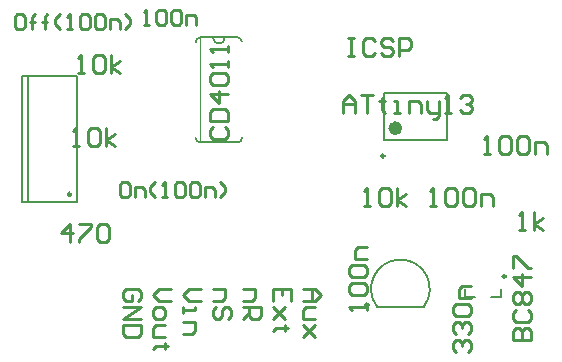
<source format=gto>
G04 Layer_Color=15132400*
%FSLAX25Y25*%
%MOIN*%
G70*
G01*
G75*
%ADD17C,0.01000*%
%ADD33C,0.00984*%
%ADD34C,0.02362*%
%ADD35C,0.00600*%
%ADD36C,0.00787*%
%ADD37C,0.00200*%
D17*
X22500Y94500D02*
X24499D01*
X23500D01*
Y100498D01*
X22500Y99498D01*
X27498D02*
X28498Y100498D01*
X30497D01*
X31497Y99498D01*
Y95500D01*
X30497Y94500D01*
X28498D01*
X27498Y95500D01*
Y99498D01*
X33496Y94500D02*
Y100498D01*
Y96499D02*
X36496Y98499D01*
X33496Y96499D02*
X36496Y94500D01*
X3999Y113998D02*
X2333D01*
X1500Y113165D01*
Y109833D01*
X2333Y109000D01*
X3999D01*
X4832Y109833D01*
Y113165D01*
X3999Y113998D01*
X7331Y109000D02*
Y113165D01*
Y111499D01*
X6498D01*
X8164D01*
X7331D01*
Y113165D01*
X8164Y113998D01*
X11497Y109000D02*
Y113165D01*
Y111499D01*
X10664D01*
X12330D01*
X11497D01*
Y113165D01*
X12330Y113998D01*
X16495Y109000D02*
X14829Y110666D01*
Y112332D01*
X16495Y113998D01*
X18994Y109000D02*
X20661D01*
X19827D01*
Y113998D01*
X18994Y113165D01*
X23160D02*
X23993Y113998D01*
X25659D01*
X26492Y113165D01*
Y109833D01*
X25659Y109000D01*
X23993D01*
X23160Y109833D01*
Y113165D01*
X28158D02*
X28991Y113998D01*
X30657D01*
X31490Y113165D01*
Y109833D01*
X30657Y109000D01*
X28991D01*
X28158Y109833D01*
Y113165D01*
X33156Y109000D02*
Y112332D01*
X35656D01*
X36489Y111499D01*
Y109000D01*
X38155D02*
X39821Y110666D01*
Y112332D01*
X38155Y113998D01*
X21000Y70000D02*
X22999D01*
X22000D01*
Y75998D01*
X21000Y74998D01*
X25998D02*
X26998Y75998D01*
X28997D01*
X29997Y74998D01*
Y71000D01*
X28997Y70000D01*
X26998D01*
X25998Y71000D01*
Y74998D01*
X31996Y70000D02*
Y75998D01*
Y71999D02*
X34995Y73999D01*
X31996Y71999D02*
X34995Y70000D01*
X38999Y57998D02*
X37333D01*
X36500Y57165D01*
Y53833D01*
X37333Y53000D01*
X38999D01*
X39832Y53833D01*
Y57165D01*
X38999Y57998D01*
X41498Y53000D02*
Y56332D01*
X43998D01*
X44831Y55499D01*
Y53000D01*
X48163D02*
X46497Y54666D01*
Y56332D01*
X48163Y57998D01*
X50662Y53000D02*
X52328D01*
X51495D01*
Y57998D01*
X50662Y57165D01*
X54827D02*
X55660Y57998D01*
X57327D01*
X58160Y57165D01*
Y53833D01*
X57327Y53000D01*
X55660D01*
X54827Y53833D01*
Y57165D01*
X59826D02*
X60659Y57998D01*
X62325D01*
X63158Y57165D01*
Y53833D01*
X62325Y53000D01*
X60659D01*
X59826Y53833D01*
Y57165D01*
X64824Y53000D02*
Y56332D01*
X67323D01*
X68156Y55499D01*
Y53000D01*
X69823D02*
X71489Y54666D01*
Y56332D01*
X69823Y57998D01*
X19999Y38000D02*
Y43998D01*
X17000Y40999D01*
X20999D01*
X22998Y43998D02*
X26997D01*
Y42998D01*
X22998Y39000D01*
Y38000D01*
X28996Y42998D02*
X29996Y43998D01*
X31995D01*
X32995Y42998D01*
Y39000D01*
X31995Y38000D01*
X29996D01*
X28996Y39000D01*
Y42998D01*
X158000Y67500D02*
X159999D01*
X159000D01*
Y73498D01*
X158000Y72498D01*
X162998D02*
X163998Y73498D01*
X165997D01*
X166997Y72498D01*
Y68500D01*
X165997Y67500D01*
X163998D01*
X162998Y68500D01*
Y72498D01*
X168996D02*
X169996Y73498D01*
X171995D01*
X172995Y72498D01*
Y68500D01*
X171995Y67500D01*
X169996D01*
X168996Y68500D01*
Y72498D01*
X174995Y67500D02*
Y71499D01*
X177994D01*
X178993Y70499D01*
Y67500D01*
X169500Y42000D02*
X171499D01*
X170500D01*
Y47998D01*
X169500Y46998D01*
X174498Y42000D02*
Y47998D01*
Y43999D02*
X177497Y45999D01*
X174498Y43999D02*
X177497Y42000D01*
X148502Y1500D02*
X147502Y2500D01*
Y4499D01*
X148502Y5499D01*
X149501D01*
X150501Y4499D01*
Y3499D01*
Y4499D01*
X151501Y5499D01*
X152500D01*
X153500Y4499D01*
Y2500D01*
X152500Y1500D01*
X148502Y7498D02*
X147502Y8498D01*
Y10497D01*
X148502Y11497D01*
X149501D01*
X150501Y10497D01*
Y9497D01*
Y10497D01*
X151501Y11497D01*
X152500D01*
X153500Y10497D01*
Y8498D01*
X152500Y7498D01*
X148502Y13496D02*
X147502Y14496D01*
Y16495D01*
X148502Y17495D01*
X152500D01*
X153500Y16495D01*
Y14496D01*
X152500Y13496D01*
X148502D01*
X153500Y19494D02*
X149501D01*
Y22493D01*
X150501Y23493D01*
X153500D01*
X93498Y18501D02*
Y22500D01*
X87500D01*
Y18501D01*
X90499Y22500D02*
Y20501D01*
X91499Y16502D02*
X87500Y12503D01*
X89499Y14503D01*
X91499Y12503D01*
X87500Y16502D01*
X92498Y9504D02*
X91499D01*
Y10504D01*
Y8505D01*
Y9504D01*
X88500D01*
X87500Y8505D01*
X77500Y22500D02*
X81499D01*
Y19501D01*
X80499Y18501D01*
X77500D01*
Y16502D02*
X83498D01*
Y13503D01*
X82498Y12503D01*
X80499D01*
X79499Y13503D01*
Y16502D01*
Y14503D02*
X77500Y12503D01*
X67500Y22500D02*
X71499D01*
Y19501D01*
X70499Y18501D01*
X67500D01*
X72498Y12503D02*
X73498Y13503D01*
Y15502D01*
X72498Y16502D01*
X71499D01*
X70499Y15502D01*
Y13503D01*
X69499Y12503D01*
X68500D01*
X67500Y13503D01*
Y15502D01*
X68500Y16502D01*
X42498Y18501D02*
X43498Y19501D01*
Y21500D01*
X42498Y22500D01*
X38500D01*
X37500Y21500D01*
Y19501D01*
X38500Y18501D01*
X40499D01*
Y20501D01*
X37500Y16502D02*
X43498D01*
X37500Y12503D01*
X43498D01*
Y10504D02*
X37500D01*
Y7505D01*
X38500Y6505D01*
X42498D01*
X43498Y7505D01*
Y10504D01*
X53498Y22500D02*
X49499D01*
X47500Y20501D01*
X49499Y18501D01*
X53498D01*
X47500Y15502D02*
Y13503D01*
X48500Y12503D01*
X50499D01*
X51499Y13503D01*
Y15502D01*
X50499Y16502D01*
X48500D01*
X47500Y15502D01*
X51499Y10504D02*
X48500D01*
X47500Y9504D01*
Y6505D01*
X51499D01*
X52498Y3506D02*
X51499D01*
Y4506D01*
Y2506D01*
Y3506D01*
X48500D01*
X47500Y2506D01*
X112500Y105998D02*
X114499D01*
X113500D01*
Y100000D01*
X112500D01*
X114499D01*
X121497Y104998D02*
X120497Y105998D01*
X118498D01*
X117498Y104998D01*
Y101000D01*
X118498Y100000D01*
X120497D01*
X121497Y101000D01*
X127495Y104998D02*
X126496Y105998D01*
X124496D01*
X123496Y104998D01*
Y103999D01*
X124496Y102999D01*
X126496D01*
X127495Y101999D01*
Y101000D01*
X126496Y100000D01*
X124496D01*
X123496Y101000D01*
X129495Y100000D02*
Y105998D01*
X132493D01*
X133493Y104998D01*
Y102999D01*
X132493Y101999D01*
X129495D01*
X63498Y22500D02*
X59499D01*
X57500Y20501D01*
X59499Y18501D01*
X63498D01*
X57500Y16502D02*
Y14503D01*
Y15502D01*
X61499D01*
Y16502D01*
X57500Y11504D02*
X61499D01*
Y8505D01*
X60499Y7505D01*
X57500D01*
X67502Y76499D02*
X66502Y75499D01*
Y73500D01*
X67502Y72500D01*
X71500D01*
X72500Y73500D01*
Y75499D01*
X71500Y76499D01*
X66502Y78498D02*
X72500D01*
Y81497D01*
X71500Y82497D01*
X67502D01*
X66502Y81497D01*
Y78498D01*
X72500Y87495D02*
X66502D01*
X69501Y84496D01*
Y88495D01*
X67502Y90494D02*
X66502Y91494D01*
Y93493D01*
X67502Y94493D01*
X71500D01*
X72500Y93493D01*
Y91494D01*
X71500Y90494D01*
X67502D01*
X72500Y96492D02*
Y98492D01*
Y97492D01*
X66502D01*
X67502Y96492D01*
X72500Y101491D02*
Y103490D01*
Y102490D01*
X66502D01*
X67502Y101491D01*
X111000Y81000D02*
Y84999D01*
X112999Y86998D01*
X114999Y84999D01*
Y81000D01*
Y83999D01*
X111000D01*
X116998Y86998D02*
X120997D01*
X118997D01*
Y81000D01*
X123996Y85998D02*
Y84999D01*
X122996D01*
X124996D01*
X123996D01*
Y82000D01*
X124996Y81000D01*
X127995D02*
X129994D01*
X128994D01*
Y84999D01*
X127995D01*
X132993Y81000D02*
Y84999D01*
X135992D01*
X136992Y83999D01*
Y81000D01*
X138991Y84999D02*
Y82000D01*
X139991Y81000D01*
X142990D01*
Y80000D01*
X141990Y79001D01*
X140990D01*
X142990Y81000D02*
Y84999D01*
X144989Y81000D02*
X146988D01*
X145989D01*
Y86998D01*
X144989Y85998D01*
X149987D02*
X150987Y86998D01*
X152986D01*
X153986Y85998D01*
Y84999D01*
X152986Y83999D01*
X151987D01*
X152986D01*
X153986Y82999D01*
Y82000D01*
X152986Y81000D01*
X150987D01*
X149987Y82000D01*
X118000Y50000D02*
X119999D01*
X119000D01*
Y55998D01*
X118000Y54998D01*
X122998D02*
X123998Y55998D01*
X125997D01*
X126997Y54998D01*
Y51000D01*
X125997Y50000D01*
X123998D01*
X122998Y51000D01*
Y54998D01*
X128996Y50000D02*
Y55998D01*
Y51999D02*
X131995Y53999D01*
X128996Y51999D02*
X131995Y50000D01*
X167502Y5500D02*
X173500D01*
Y8499D01*
X172500Y9499D01*
X171501D01*
X170501Y8499D01*
Y5500D01*
Y8499D01*
X169501Y9499D01*
X168502D01*
X167502Y8499D01*
Y5500D01*
X168502Y15497D02*
X167502Y14497D01*
Y12498D01*
X168502Y11498D01*
X172500D01*
X173500Y12498D01*
Y14497D01*
X172500Y15497D01*
X168502Y17496D02*
X167502Y18496D01*
Y20495D01*
X168502Y21495D01*
X169501D01*
X170501Y20495D01*
X171501Y21495D01*
X172500D01*
X173500Y20495D01*
Y18496D01*
X172500Y17496D01*
X171501D01*
X170501Y18496D01*
X169501Y17496D01*
X168502D01*
X170501Y18496D02*
Y20495D01*
X173500Y26493D02*
X167502D01*
X170501Y23494D01*
Y27493D01*
X167502Y29492D02*
Y33491D01*
X168502D01*
X172500Y29492D01*
X173500D01*
X44500Y110500D02*
X46166D01*
X45333D01*
Y115498D01*
X44500Y114665D01*
X48665D02*
X49498Y115498D01*
X51165D01*
X51998Y114665D01*
Y111333D01*
X51165Y110500D01*
X49498D01*
X48665Y111333D01*
Y114665D01*
X53664D02*
X54497Y115498D01*
X56163D01*
X56996Y114665D01*
Y111333D01*
X56163Y110500D01*
X54497D01*
X53664Y111333D01*
Y114665D01*
X58662Y110500D02*
Y113832D01*
X61161D01*
X61994Y112999D01*
Y110500D01*
X140000Y50000D02*
X141999D01*
X141000D01*
Y55998D01*
X140000Y54998D01*
X144998D02*
X145998Y55998D01*
X147997D01*
X148997Y54998D01*
Y51000D01*
X147997Y50000D01*
X145998D01*
X144998Y51000D01*
Y54998D01*
X150996D02*
X151996Y55998D01*
X153996D01*
X154995Y54998D01*
Y51000D01*
X153996Y50000D01*
X151996D01*
X150996Y51000D01*
Y54998D01*
X156994Y50000D02*
Y53999D01*
X159994D01*
X160993Y52999D01*
Y50000D01*
X119000Y15500D02*
Y17499D01*
Y16500D01*
X113002D01*
X114002Y15500D01*
Y20498D02*
X113002Y21498D01*
Y23497D01*
X114002Y24497D01*
X118000D01*
X119000Y23497D01*
Y21498D01*
X118000Y20498D01*
X114002D01*
Y26496D02*
X113002Y27496D01*
Y29495D01*
X114002Y30495D01*
X118000D01*
X119000Y29495D01*
Y27496D01*
X118000Y26496D01*
X114002D01*
X119000Y32495D02*
X115001D01*
Y35493D01*
X116001Y36493D01*
X119000D01*
X97500Y22500D02*
X101499D01*
X103498Y20501D01*
X101499Y18501D01*
X97500D01*
X100499D01*
Y22500D01*
X101499Y16502D02*
X98500D01*
X97500Y15502D01*
Y12503D01*
X101499D01*
Y10504D02*
X97500Y6505D01*
X99499Y8505D01*
X101499Y6505D01*
X97500Y10504D01*
D33*
X124646Y66811D02*
G03*
X124646Y66811I-492J0D01*
G01*
X20216Y53996D02*
G03*
X20216Y53996I-492J0D01*
G01*
X119350Y17185D02*
G03*
X119350Y17185I-492J0D01*
G01*
X165079Y26634D02*
G03*
X165079Y26634I-492J0D01*
G01*
D34*
X129488Y76063D02*
G03*
X129488Y76063I-1181J0D01*
G01*
D35*
X67500Y106300D02*
G03*
X71500Y106300I2000J0D01*
G01*
X63300D02*
G03*
X61800Y104800I0J-1500D01*
G01*
X75700Y71300D02*
G03*
X77200Y72800I0J1500D01*
G01*
Y104800D02*
G03*
X75700Y106300I-1500J0D01*
G01*
X61800Y72800D02*
G03*
X63300Y71300I1500J0D01*
G01*
Y106300D02*
X67500D01*
X71500D01*
X75700D01*
X63300Y71300D02*
X75700D01*
D36*
X137795Y16594D02*
G03*
X122205Y16594I-7795J5906D01*
G01*
X124370Y72126D02*
X145630D01*
X124370Y87874D02*
X145630D01*
X124370Y72126D02*
Y87874D01*
X145630Y72126D02*
Y87874D01*
X3780Y93563D02*
X22283D01*
X3780Y51437D02*
X22283D01*
Y93563D01*
X3780Y51437D02*
Y93563D01*
X5748Y51437D02*
Y93563D01*
X122205Y16594D02*
X137795D01*
X151594Y19744D02*
X154744D01*
X151594D02*
Y22500D01*
X160256Y19744D02*
X163406D01*
Y22500D01*
D37*
X63200Y71300D02*
Y106300D01*
M02*

</source>
